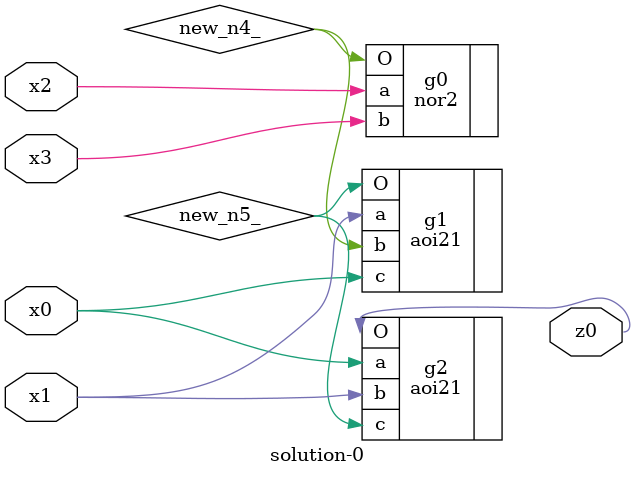
<source format=v>
module \solution-0 (
  x0, x1, x2, x3,
  z0 );
  input x0, x1, x2, x3;
  output z0;
  wire new_n4_, new_n5_;
  nor2  g0(.a(x2), .b(x3), .O(new_n4_));
  aoi21  g1(.a(x1), .b(new_n4_), .c(x0), .O(new_n5_));
  aoi21  g2(.a(x0), .b(x1), .c(new_n5_), .O(z0));
endmodule

</source>
